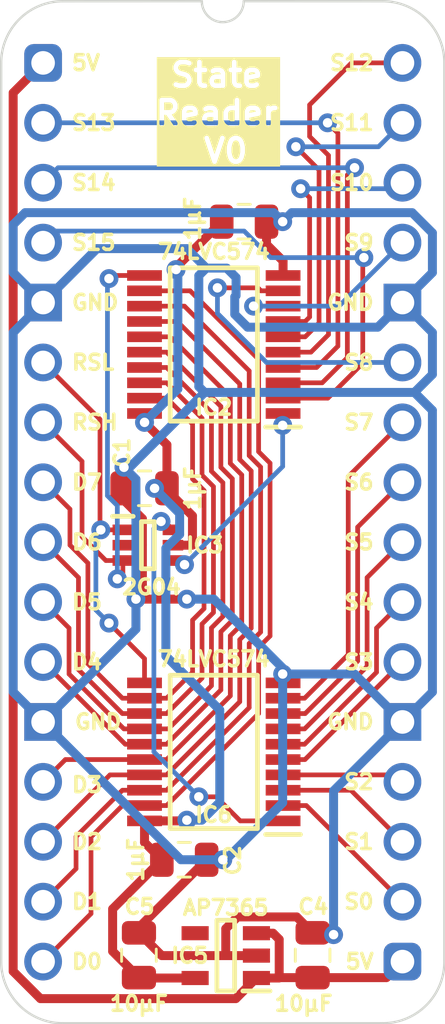
<source format=kicad_pcb>
(kicad_pcb (version 20240108) (generator "pcbnew") (generator_version "8.0")
  (title_block (title "State Reader") (date "2024-02-19") (rev "V0"))
  (layers (0 "F.Cu" signal) (31 "B.Cu" signal) (34 "B.Paste" user) (35 "F.Paste" user) (36 "B.SilkS" user "B.Silkscreen") (37 "F.SilkS" user "F.Silkscreen") (38 "B.Mask" user) (39 "F.Mask" user) (44 "Edge.Cuts" user))
  (net 0 "")
  (net 1 "GND")
  (net 2 "5V")
  (net 3 "/3.3V")
  (net 4 "D2")
  (net 5 "D3")
  (net 6 "D0")
  (net 7 "S9")
  (net 8 "S12")
  (net 9 "S8")
  (net 10 "D4")
  (net 11 "S15")
  (net 13 "S13")
  (net 14 "D5")
  (net 15 "S11")
  (net 16 "Read State High")
  (net 17 "D1")
  (net 18 "S10")
  (net 19 "D6")
  (net 20 "D7")
  (net 21 "/~{Read State High}")
  (net 22 "S14")
  (net 23 "/~{Read State Low}")
  (net 24 "Read State Low")
  (net 25 "S2")
  (net 26 "S5")
  (net 27 "S3")
  (net 28 "S4")
  (net 29 "S1")
  (net 30 "S7")
  (net 31 "S6")
  (net 32 "S0")
  (footprint "SamacSys_Parts:C_0805" (layer "F.Cu") (at 118.364 91.186)
    (property "Reference" "C5" (at 0.027 -2.075 180) (layer "F.SilkS") (effects (font (size 0.635 0.635))))
    (property "Value" "10µF" (at 0 2.032 0) (layer "F.SilkS") (effects (font (size 0.635 0.635))))
    (fp_line (start -0.735 0.245252) (end -0.735 -0.277252) (stroke (width 0.12)) (layer "F.SilkS"))
    (fp_line (start 0.735 0.245252) (end 0.735 -0.277252) (stroke (width 0.12)) (layer "F.SilkS"))
    (pad "1" smd roundrect (at 0 0.934 90) (size 1 1.45) (layers "F.Cu" "F.Paste" "F.Mask") (net 3 "/3.3V"))
    (pad "2" smd roundrect (at 0 -0.966 90) (size 1 1.45) (layers "F.Cu" "F.Paste" "F.Mask") (net 1 "GND"))
  )
  (footprint "SamacSys_Parts:SOP65P640X110-20N" (layer "F.Cu") (at 121.539 65.278 180)
    (property "Reference" "IC2" (at 0 -2.667 180) (layer "F.SilkS") (effects (font (size 0.635 0.635))))
    (property "Value" "74LVC574APW,118" (hide yes))
    (fp_line (start 1.85 3.25) (end -1.85 3.25) (stroke (width 0.2)) (layer "F.SilkS"))
    (fp_line (start 1.85 -3.25) (end 1.85 3.25) (stroke (width 0.2)) (layer "F.SilkS"))
    (fp_line (start -1.85 3.25) (end -1.85 -3.25) (stroke (width 0.2)) (layer "F.SilkS"))
    (fp_line (start -1.85 -3.25) (end 1.85 -3.25) (stroke (width 0.2)) (layer "F.SilkS"))
    (fp_line (start -3.675 -3.5) (end -2.2 -3.5) (stroke (width 0.2)) (layer "F.SilkS"))
    (fp_text user "${Silkscreen}" (at 0 3.937 180) (layer "F.SilkS") (effects (font (size 0.635 0.635))))
    (pad "1" smd rect (at -2.938 -2.925 270) (size 0.45 1.475) (layers "F.Cu" "F.Paste" "F.Mask") (net 21 "/~{Read State High}"))
    (pad "2" smd rect (at -2.938 -2.275 270) (size 0.45 1.475) (layers "F.Cu" "F.Paste" "F.Mask") (net 11 "S15"))
    (pad "3" smd rect (at -2.938 -1.625 270) (size 0.45 1.475) (layers "F.Cu" "F.Paste" "F.Mask") (net 22 "S14"))
    (pad "4" smd rect (at -2.938 -0.975 270) (size 0.45 1.475) (layers "F.Cu" "F.Paste" "F.Mask") (net 13 "S13"))
    (pad "5" smd rect (at -2.938 -0.325 270) (size 0.45 1.475) (layers "F.Cu" "F.Paste" "F.Mask") (net 8 "S12"))
    (pad "6" smd rect (at -2.938 0.325 270) (size 0.45 1.475) (layers "F.Cu" "F.Paste" "F.Mask") (net 15 "S11"))
    (pad "7" smd rect (at -2.938 0.975 270) (size 0.45 1.475) (layers "F.Cu" "F.Paste" "F.Mask") (net 18 "S10"))
    (pad "8" smd rect (at -2.938 1.625 270) (size 0.45 1.475) (layers "F.Cu" "F.Paste" "F.Mask") (net 7 "S9"))
    (pad "9" smd rect (at -2.938 2.275 270) (size 0.45 1.475) (layers "F.Cu" "F.Paste" "F.Mask") (net 9 "S8"))
    (pad "10" smd rect (at -2.938 2.925 270) (size 0.45 1.475) (layers "F.Cu" "F.Paste" "F.Mask") (net 1 "GND"))
    (pad "11" smd rect (at 2.938 2.925 270) (size 0.45 1.475) (layers "F.Cu" "F.Paste" "F.Mask") (net 16 "Read State High"))
    (pad "12" smd rect (at 2.938 2.275 270) (size 0.45 1.475) (layers "F.Cu" "F.Paste" "F.Mask") (net 6 "D0"))
    (pad "13" smd rect (at 2.938 1.625 270) (size 0.45 1.475) (layers "F.Cu" "F.Paste" "F.Mask") (net 17 "D1"))
    (pad "14" smd rect (at 2.938 0.975 270) (size 0.45 1.475) (layers "F.Cu" "F.Paste" "F.Mask") (net 4 "D2"))
    (pad "15" smd rect (at 2.938 0.325 270) (size 0.45 1.475) (layers "F.Cu" "F.Paste" "F.Mask") (net 5 "D3"))
    (pad "16" smd rect (at 2.938 -0.325 270) (size 0.45 1.475) (layers "F.Cu" "F.Paste" "F.Mask") (net 10 "D4"))
    (pad "17" smd rect (at 2.938 -0.975 270) (size 0.45 1.475) (layers "F.Cu" "F.Paste" "F.Mask") (net 14 "D5"))
    (pad "18" smd rect (at 2.938 -1.625 270) (size 0.45 1.475) (layers "F.Cu" "F.Paste" "F.Mask") (net 19 "D6"))
    (pad "19" smd rect (at 2.938 -2.275 270) (size 0.45 1.475) (layers "F.Cu" "F.Paste" "F.Mask") (net 20 "D7"))
    (pad "20" smd rect (at 2.938 -2.925 270) (size 0.45 1.475) (layers "F.Cu" "F.Paste" "F.Mask") (net 3 "/3.3V"))
  )
  (footprint "SamacSys_Parts:C_0805" (layer "F.Cu") (at 118.618 71.374 90)
    (property "Reference" "C1" (at 1.509 -0.97 90) (layer "F.SilkS") (effects (font (size 0.635 0.635))))
    (property "Value" "1μF" (at 0 2.032 90) (layer "F.SilkS") (effects (font (size 0.635 0.635))))
    (fp_line (start 0.735 0.245252) (end 0.735 -0.277252) (stroke (width 0.12)) (layer "F.SilkS"))
    (fp_line (start -0.735 0.245252) (end -0.735 -0.277252) (stroke (width 0.12)) (layer "F.SilkS"))
    (pad "1" smd roundrect (at 0 0.934 180) (size 1 1.45) (layers "F.Cu" "F.Paste" "F.Mask") (net 3 "/3.3V"))
    (pad "2" smd roundrect (at 0 -0.966 180) (size 1 1.45) (layers "F.Cu" "F.Paste" "F.Mask") (net 1 "GND"))
  )
  (footprint "SamacSys_Parts:C_0805" (layer "F.Cu") (at 125.73 91.186)
    (property "Reference" "C4" (at 0.027 -2.075 180) (layer "F.SilkS") (effects (font (size 0.635 0.635))))
    (property "Value" "10µF" (at -0.381 2.032 0) (layer "F.SilkS") (effects (font (size 0.635 0.635))))
    (fp_line (start -0.735 0.245252) (end -0.735 -0.277252) (stroke (width 0.12)) (layer "F.SilkS"))
    (fp_line (start 0.735 0.245252) (end 0.735 -0.277252) (stroke (width 0.12)) (layer "F.SilkS"))
    (pad "1" smd roundrect (at 0 0.934 90) (size 1 1.45) (layers "F.Cu" "F.Paste" "F.Mask") (net 2 "5V"))
    (pad "2" smd roundrect (at 0 -0.966 90) (size 1 1.45) (layers "F.Cu" "F.Paste" "F.Mask") (net 1 "GND"))
  )
  (footprint "SamacSys_Parts:DIP-32_Board_W15.24mm" (layer "F.Cu") (at 114.3 53.34)
    (property "Reference" "J1" (hide yes))
    (property "Value" "Conn_02x16_Counter_Clockwise" (hide yes))
    (fp_line (start -1.778 38.1) (end -1.778 0) (stroke (width 0.1)) (layer "Edge.Cuts"))
    (fp_line (start 6.731 -2.6162) (end 0.835732 -2.613732) (stroke (width 0.1)) (layer "Edge.Cuts"))
    (fp_line (start 14.404267 -2.613733) (end 8.509 -2.6162) (stroke (width 0.1)) (layer "Edge.Cuts"))
    (fp_line (start 14.404268 40.713732) (end 0.835733 40.713733) (stroke (width 0.1)) (layer "Edge.Cuts"))
    (fp_line (start 17.018 38.1) (end 17.017999 -0.000001) (stroke (width 0.1)) (layer "Edge.Cuts"))
    (fp_arc (start -1.778 0) (mid -1.012456 -1.848188) (end 0.835732 -2.613732) (stroke (width 0.1)) (layer "Edge.Cuts"))
    (fp_arc (start 0.835733 40.713733) (mid -1.012457 39.94819) (end -1.778 38.1) (stroke (width 0.1)) (layer "Edge.Cuts"))
    (fp_arc (start 8.509 -2.6162) (mid 7.62 -1.7272) (end 6.731 -2.6162) (stroke (width 0.1)) (layer "Edge.Cuts"))
    (fp_arc (start 14.404267 -2.613733) (mid 16.252453 -1.848189) (end 17.017999 -0.000001) (stroke (width 0.1)) (layer "Edge.Cuts"))
    (fp_arc (start 17.018 38.1) (mid 16.252456 39.948187) (end 14.404268 40.713732) (stroke (width 0.1)) (layer "Edge.Cuts"))
    (pad "1" thru_hole roundrect (at 0 0) (size 1.6 1.6) (drill 1) (layers "*.Cu" "*.Mask") (net 2 "5V"))
    (pad "2" thru_hole oval (at 0 2.54) (size 1.6 1.6) (drill 1) (layers "*.Cu" "*.Mask") (net 13 "S13"))
    (pad "3" thru_hole oval (at 0 5.08) (size 1.6 1.6) (drill 1) (layers "*.Cu" "*.Mask") (net 22 "S14"))
    (pad "4" thru_hole oval (at 0 7.62) (size 1.6 1.6) (drill 1) (layers "*.Cu" "*.Mask") (net 11 "S15"))
    (pad "5" thru_hole rect (at 0 10.16) (size 1.6 1.6) (drill 1) (layers "*.Cu" "*.Mask") (net 1 "GND"))
    (pad "6" thru_hole oval (at 0 12.7) (size 1.6 1.6) (drill 1) (layers "*.Cu" "*.Mask") (net 24 "Read State Low"))
    (pad "7" thru_hole oval (at 0 15.24) (size 1.6 1.6) (drill 1) (layers "*.Cu" "*.Mask") (net 16 "Read State High"))
    (pad "8" thru_hole oval (at 0 17.78) (size 1.6 1.6) (drill 1) (layers "*.Cu" "*.Mask") (net 20 "D7"))
    (pad "9" thru_hole oval (at 0 20.32) (size 1.6 1.6) (drill 1) (layers "*.Cu" "*.Mask") (net 19 "D6"))
    (pad "10" thru_hole oval (at 0 22.86) (size 1.6 1.6) (drill 1) (layers "*.Cu" "*.Mask") (net 14 "D5"))
    (pad "11" thru_hole oval (at 0 25.4) (size 1.6 1.6) (drill 1) (layers "*.Cu" "*.Mask") (net 10 "D4"))
    (pad "12" thru_hole rect (at 0 27.94) (size 1.6 1.6) (drill 1) (layers "*.Cu" "*.Mask") (net 1 "GND"))
    (pad "13" thru_hole oval (at 0 30.48) (size 1.6 1.6) (drill 1) (layers "*.Cu" "*.Mask") (net 5 "D3"))
    (pad "14" thru_hole oval (at 0 33.02) (size 1.6 1.6) (drill 1) (layers "*.Cu" "*.Mask") (net 4 "D2"))
    (pad "15" thru_hole oval (at 0 35.56) (size 1.6 1.6) (drill 1) (layers "*.Cu" "*.Mask") (net 17 "D1"))
    (pad "16" thru_hole oval (at 0 38.1) (size 1.6 1.6) (drill 1) (layers "*.Cu" "*.Mask") (net 6 "D0"))
    (pad "17" thru_hole roundrect (at 15.24 38.1) (size 1.6 1.6) (drill 1) (layers "*.Cu" "*.Mask") (net 2 "5V"))
    (pad "18" thru_hole oval (at 15.24 35.56 180) (size 1.6 1.6) (drill 1) (layers "*.Cu" "*.Mask") (net 32 "S0"))
    (pad "19" thru_hole oval (at 15.24 33.02 180) (size 1.6 1.6) (drill 1) (layers "*.Cu" "*.Mask") (net 29 "S1"))
    (pad "20" thru_hole oval (at 15.24 30.48 180) (size 1.6 1.6) (drill 1) (layers "*.Cu" "*.Mask") (net 25 "S2"))
    (pad "21" thru_hole rect (at 15.24 27.94) (size 1.6 1.6) (drill 1) (layers "*.Cu" "*.Mask") (net 1 "GND"))
    (pad "22" thru_hole oval (at 15.24 25.4) (size 1.6 1.6) (drill 1) (layers "*.Cu" "*.Mask") (net 27 "S3"))
    (pad "23" thru_hole oval (at 15.24 22.86) (size 1.6 1.6) (drill 1) (layers "*.Cu" "*.Mask") (net 28 "S4"))
    (pad "24" thru_hole oval (at 15.24 20.32) (size 1.6 1.6) (drill 1) (layers "*.Cu" "*.Mask") (net 26 "S5"))
    (pad "25" thru_hole oval (at 15.24 17.78) (size 1.6 1.6) (drill 1) (layers "*.Cu" "*.Mask") (net 31 "S6"))
    (pad "26" thru_hole oval (at 15.24 15.24) (size 1.6 1.6) (drill 1) (layers "*.Cu" "*.Mask") (net 30 "S7"))
    (pad "27" thru_hole oval (at 15.24 12.7) (size 1.6 1.6) (drill 1) (layers "*.Cu" "*.Mask") (net 9 "S8"))
    (pad "28" thru_hole rect (at 15.24 10.16) (size 1.6 1.6) (drill 1) (layers "*.Cu" "*.Mask") (net 1 "GND"))
    (pad "29" thru_hole oval (at 15.24 7.62) (size 1.6 1.6) (drill 1) (layers "*.Cu" "*.Mask") (net 7 "S9"))
    (pad "30" thru_hole oval (at 15.24 5.08) (size 1.6 1.6) (drill 1) (layers "*.Cu" "*.Mask") (net 18 "S10"))
    (pad "31" thru_hole oval (at 15.24 2.54) (size 1.6 1.6) (drill 1) (layers "*.Cu" "*.Mask") (net 15 "S11"))
    (pad "32" thru_hole oval (at 15.24 0) (size 1.6 1.6) (drill 1) (layers "*.Cu" "*.Mask") (net 8 "S12"))
  )
  (footprint "SamacSys_Parts:C_0805" (layer "F.Cu") (at 120.269 87.122 -90)
    (property "Reference" "C2" (at 0.027 -2.075 90) (layer "F.SilkS") (effects (font (size 0.635 0.635))))
    (property "Value" "1μF" (at 0 2.032 90) (layer "F.SilkS") (effects (font (size 0.635 0.635))))
    (fp_line (start -0.735 0.245252) (end -0.735 -0.277252) (stroke (width 0.12)) (layer "F.SilkS"))
    (fp_line (start 0.735 0.245252) (end 0.735 -0.277252) (stroke (width 0.12)) (layer "F.SilkS"))
    (pad "1" smd roundrect (at 0 0.934) (size 1 1.45) (layers "F.Cu" "F.Paste" "F.Mask") (net 3 "/3.3V"))
    (pad "2" smd roundrect (at 0 -0.966) (size 1 1.45) (layers "F.Cu" "F.Paste" "F.Mask") (net 1 "GND"))
  )
  (footprint "SamacSys_Parts:SOP65P640X110-20N" (layer "F.Cu") (at 121.539 82.55 180)
    (property "Reference" "IC6" (at 0 -2.667 180) (layer "F.SilkS") (effects (font (size 0.635 0.635))))
    (property "Value" "74LVC574APW,118" (hide yes))
    (fp_line (start 1.85 3.25) (end -1.85 3.25) (stroke (width 0.2)) (layer "F.SilkS"))
    (fp_line (start 1.85 -3.25) (end 1.85 3.25) (stroke (width 0.2)) (layer "F.SilkS"))
    (fp_line (start -1.85 3.25) (end -1.85 -3.25) (stroke (width 0.2)) (layer "F.SilkS"))
    (fp_line (start -1.85 -3.25) (end 1.85 -3.25) (stroke (width 0.2)) (layer "F.SilkS"))
    (fp_line (start -3.675 -3.5) (end -2.2 -3.5) (stroke (width 0.2)) (layer "F.SilkS"))
    (fp_text user "${Silkscreen}" (at 0 3.937 180) (layer "F.SilkS") (effects (font (size 0.635 0.635))))
    (pad "1" smd rect (at -2.938 -2.925 270) (size 0.45 1.475) (layers "F.Cu" "F.Paste" "F.Mask") (net 23 "/~{Read State Low}"))
    (pad "2" smd rect (at -2.938 -2.275 270) (size 0.45 1.475) (layers "F.Cu" "F.Paste" "F.Mask") (net 32 "S0"))
    (pad "3" smd rect (at -2.938 -1.625 270) (size 0.45 1.475) (layers "F.Cu" "F.Paste" "F.Mask") (net 29 "S1"))
    (pad "4" smd rect (at -2.938 -0.975 270) (size 0.45 1.475) (layers "F.Cu" "F.Paste" "F.Mask") (net 25 "S2"))
    (pad "5" smd rect (at -2.938 -0.325 270) (size 0.45 1.475) (layers "F.Cu" "F.Paste" "F.Mask") (net 27 "S3"))
    (pad "6" smd rect (at -2.938 0.325 270) (size 0.45 1.475) (layers "F.Cu" "F.Paste" "F.Mask") (net 28 "S4"))
    (pad "7" smd rect (at -2.938 0.975 270) (size 0.45 1.475) (layers "F.Cu" "F.Paste" "F.Mask") (net 26 "S5"))
    (pad "8" smd rect (at -2.938 1.625 270) (size 0.45 1.475) (layers "F.Cu" "F.Paste" "F.Mask") (net 31 "S6"))
    (pad "9" smd rect (at -2.938 2.275 270) (size 0.45 1.475) (layers "F.Cu" "F.Paste" "F.Mask") (net 30 "S7"))
    (pad "10" smd rect (at -2.938 2.925 270) (size 0.45 1.475) (layers "F.Cu" "F.Paste" "F.Mask") (net 1 "GND"))
    (pad "11" smd rect (at 2.938 2.925 270) (size 0.45 1.475) (layers "F.Cu" "F.Paste" "F.Mask") (net 24 "Read State Low"))
    (pad "12" smd rect (at 2.938 2.275 270) (size 0.45 1.475) (layers "F.Cu" "F.Paste" "F.Mask") (net 20 "D7"))
    (pad "13" smd rect (at 2.938 1.625 270) (size 0.45 1.475) (layers "F.Cu" "F.Paste" "F.Mask") (net 19 "D6"))
    (pad "14" smd rect (at 2.938 0.975 270) (size 0.45 1.475) (layers "F.Cu" "F.Paste" "F.Mask") (net 14 "D5"))
    (pad "15" smd rect (at 2.938 0.325 270) (size 0.45 1.475) (layers "F.Cu" "F.Paste" "F.Mask") (net 10 "D4"))
    (pad "16" smd rect (at 2.938 -0.325 270) (size 0.45 1.475) (layers "F.Cu" "F.Paste" "F.Mask") (net 5 "D3"))
    (pad "17" smd rect (at 2.938 -0.975 270) (size 0.45 1.475) (layers "F.Cu" "F.Paste" "F.Mask") (net 4 "D2"))
    (pad "18" smd rect (at 2.938 -1.625 270) (size 0.45 1.475) (layers "F.Cu" "F.Paste" "F.Mask") (net 17 "D1"))
    (pad "19" smd rect (at 2.938 -2.275 270) (size 0.45 1.475) (layers "F.Cu" "F.Paste" "F.Mask") (net 6 "D0"))
    (pad "20" smd rect (at 2.938 -2.925 270) (size 0.45 1.475) (layers "F.Cu" "F.Paste" "F.Mask") (net 3 "/3.3V"))
  )
  (footprint "SamacSys_Parts:C_0805" (layer "F.Cu") (at 122.809 60.071 -90)
    (property "Reference" "C9" (hide yes))
    (property "Value" "1μF" (at -0.127 2.159 90) (layer "F.SilkS") (effects (font (size 0.635 0.635))))
    (fp_line (start -0.735 0.245252) (end -0.735 -0.277252) (stroke (width 0.12)) (layer "F.SilkS"))
    (fp_line (start 0.735 0.245252) (end 0.735 -0.277252) (stroke (width 0.12)) (layer "F.SilkS"))
    (pad "1" smd roundrect (at 0 0.934) (size 1 1.45) (layers "F.Cu" "F.Paste" "F.Mask") (net 3 "/3.3V"))
    (pad "2" smd roundrect (at 0 -0.966) (size 1 1.45) (layers "F.Cu" "F.Paste" "F.Mask") (net 1 "GND"))
  )
  (footprint "SamacSys_Parts:SOT95P285X130-5N" (layer "F.Cu") (at 122.047 91.186 180)
    (property "Reference" "IC5" (at 1.524 0 180) (layer "F.SilkS") (effects (font (size 0.635 0.635))))
    (property "Value" "AP7365-33WG-7" (hide yes))
    (fp_line (start 0.375 1.5) (end -0.375 1.5) (stroke (width 0.2)) (layer "F.SilkS"))
    (fp_line (start 0.375 -1.5) (end 0.375 1.5) (stroke (width 0.2)) (layer "F.SilkS"))
    (fp_line (start -0.375 1.5) (end -0.375 -1.5) (stroke (width 0.2)) (layer "F.SilkS"))
    (fp_line (start -0.375 -1.5) (end 0.375 -1.5) (stroke (width 0.2)) (layer "F.SilkS"))
    (fp_line (start -1.875 -1.5) (end -0.725 -1.5) (stroke (width 0.2)) (layer "F.SilkS"))
    (fp_text user "${Silkscreen}" (at 0 2.032 180) (layer "F.SilkS") (effects (font (size 0.635 0.635))))
    (pad "1" smd rect (at -1.3 -0.95 270) (size 0.6 1.15) (layers "F.Cu" "F.Paste" "F.Mask") (net 2 "5V"))
    (pad "2" smd rect (at -1.3 0 270) (size 0.6 1.15) (layers "F.Cu" "F.Paste" "F.Mask") (net 1 "GND"))
    (pad "3" smd rect (at -1.3 0.95 270) (size 0.6 1.15) (layers "F.Cu" "F.Paste" "F.Mask") (net 2 "5V"))
    (pad "4" smd rect (at 1.3 0.95 270) (size 0.6 1.15) (layers "F.Cu" "F.Paste" "F.Mask"))
    (pad "5" smd rect (at 1.3 -0.95 270) (size 0.6 1.15) (layers "F.Cu" "F.Paste" "F.Mask") (net 3 "/3.3V"))
  )
  (footprint "SamacSys_Parts:SOP65P210X110-6N" (layer "F.Cu") (at 118.745 73.787)
    (property "Reference" "IC3" (at 2.413 0 0) (layer "F.SilkS") (effects (font (size 0.635 0.635))))
    (property "Value" "74LVC2G04GW-Q100H" (hide yes))
    (fp_line (start -1.5 -1.225) (end -0.625 -1.225) (stroke (width 0.2)) (layer "F.SilkS"))
    (fp_line (start -0.275 -1) (end 0.275 -1) (stroke (width 0.2)) (layer "F.SilkS"))
    (fp_line (start -0.275 1) (end -0.275 -1) (stroke (width 0.2)) (layer "F.SilkS"))
    (fp_line (start 0.275 -1) (end 0.275 1) (stroke (width 0.2)) (layer "F.SilkS"))
    (fp_line (start 0.275 1) (end -0.275 1) (stroke (width 0.2)) (layer "F.SilkS"))
    (fp_text user "${Silkscreen}" (at 0 1.778 0) (layer "F.SilkS") (effects (font (size 0.635 0.635))))
    (pad "1" smd rect (at -1.062 -0.65 90) (size 0.45 0.875) (layers "F.Cu" "F.Paste" "F.Mask") (net 24 "Read State Low"))
    (pad "2" smd rect (at -1.062 0 90) (size 0.45 0.875) (layers "F.Cu" "F.Paste" "F.Mask") (net 1 "GND"))
    (pad "3" smd rect (at -1.062 0.65 90) (size 0.45 0.875) (layers "F.Cu" "F.Paste" "F.Mask") (net 16 "Read State High"))
    (pad "4" smd rect (at 1.062 0.65 90) (size 0.45 0.875) (layers "F.Cu" "F.Paste" "F.Mask") (net 21 "/~{Read State High}"))
    (pad "5" smd rect (at 1.062 0 90) (size 0.45 0.875) (layers "F.Cu" "F.Paste" "F.Mask") (net 3 "/3.3V"))
    (pad "6" smd rect (at 1.062 -0.65 90) (size 0.45 0.875) (layers "F.Cu" "F.Paste" "F.Mask") (net 23 "/~{Read State Low}"))
  )
  (gr_text "S1" (at 128.397 86.36 0) (layer "F.SilkS") (effects (font (size 0.635 0.635) (thickness 0.15) (bold yes)) (justify right)))
  (gr_text "S5" (at 128.397 73.66 0) (layer "F.SilkS") (effects (font (size 0.635 0.635) (thickness 0.15) (bold yes)) (justify right)))
  (gr_text "S3" (at 128.397 78.74 0) (layer "F.SilkS") (effects (font (size 0.635 0.635) (thickness 0.15) (bold yes)) (justify right)))
  (gr_text "GND" (at 115.443 63.5 0) (layer "F.SilkS") (effects (font (size 0.635 0.635) (thickness 0.15) (bold yes)) (justify left)))
  (gr_text "S7" (at 128.397 68.58 0) (layer "F.SilkS") (effects (font (size 0.635 0.635) (thickness 0.15) (bold yes)) (justify right)))
  (gr_text "RSL" (at 115.443 66.04 0) (layer "F.SilkS") (effects (font (size 0.635 0.635) (thickness 0.15) (bold yes)) (justify left)))
  (gr_text "D7" (at 115.443 71.12 0) (layer "F.SilkS") (effects (font (size 0.635 0.635) (thickness 0.15) (bold yes)) (justify left)))
  (gr_text "D4" (at 115.443 78.74 0) (layer "F.SilkS") (effects (font (size 0.635 0.635) (thickness 0.15) (bold yes)) (justify left)))
  (gr_text "S11" (at 128.397 55.88 0) (layer "F.SilkS") (effects (font (size 0.635 0.635) (thickness 0.15) (bold yes)) (justify right)))
  (gr_text "S14" (at 115.443 58.42 0) (layer "F.SilkS") (effects (font (size 0.635 0.635) (thickness 0.15) (bold yes)) (justify left)))
  (gr_text "D2" (at 115.443 86.36 0) (layer "F.SilkS") (effects (font (size 0.635 0.635) (thickness 0.15) (bold yes)) (justify left)))
  (gr_text "S2" (at 128.397 83.82 0) (layer "F.SilkS") (effects (font (size 0.635 0.635) (thickness 0.15) (bold yes)) (justify right)))
  (gr_text "State \nReader \nV0" (at 122.047 57.658 0) (layer "F.SilkS" knockout) (effects (font (size 1 1) (thickness 0.2) (bold yes)) (justify bottom)))
  (gr_text "S4" (at 128.397 76.2 0) (layer "F.SilkS") (effects (font (size 0.635 0.635) (thickness 0.15) (bold yes)) (justify right)))
  (gr_text "S6" (at 128.397 71.12 0) (layer "F.SilkS") (effects (font (size 0.635 0.635) (thickness 0.15) (bold yes)) (justify right)))
  (gr_text "5V" (at 115.443 53.34 0) (layer "F.SilkS") (effects (font (size 0.635 0.635) (thickness 0.15) (bold yes)) (justify left)))
  (gr_text "S12" (at 128.397 53.34 0) (layer "F.SilkS") (effects (font (size 0.635 0.635) (thickness 0.15) (bold yes)) (justify right)))
  (gr_text "D3" (at 115.443 83.947 0) (layer "F.SilkS") (effects (font (size 0.635 0.635) (thickness 0.15) (bold yes)) (justify left)))
  (gr_text "GND" (at 128.397 63.5 0) (layer "F.SilkS") (effects (font (size 0.635 0.635) (thickness 0.15) (bold yes)) (justify right)))
  (gr_text "RSH" (at 115.443 68.58 0) (layer "F.SilkS") (effects (font (size 0.635 0.635) (thickness 0.15) (bold yes)) (justify left)))
  (gr_text "D6" (at 115.443 73.66 0) (layer "F.SilkS") (effects (font (size 0.635 0.635) (thickness 0.15) (bold yes)) (justify left)))
  (gr_text "D5" (at 115.443 76.2 0) (layer "F.SilkS") (effects (font (size 0.635 0.635) (thickness 0.15) (bold yes)) (justify left)))
  (gr_text "S13" (at 115.443 55.88 0) (layer "F.SilkS") (effects (font (size 0.635 0.635) (thickness 0.15) (bold yes)) (justify left)))
  (gr_text "S10" (at 128.397 58.42 0) (layer "F.SilkS") (effects (font (size 0.635 0.635) (thickness 0.15) (bold yes)) (justify right)))
  (gr_text "S15" (at 115.443 60.96 0) (layer "F.SilkS") (effects (font (size 0.635 0.635) (thickness 0.15) (bold yes)) (justify left)))
  (gr_text "S8" (at 128.397 66.04 0) (layer "F.SilkS") (effects (font (size 0.635 0.635) (thickness 0.15) (bold yes)) (justify right)))
  (gr_text "D1" (at 115.443 88.9 0) (layer "F.SilkS") (effects (font (size 0.635 0.635) (thickness 0.15) (bold yes)) (justify left)))
  (gr_text "S9" (at 128.397 60.96 0) (layer "F.SilkS") (effects (font (size 0.635 0.635) (thickness 0.15) (bold yes)) (justify right)))
  (gr_text "D0" (at 115.443 91.44 0) (layer "F.SilkS") (effects (font (size 0.635 0.635) (thickness 0.15) (bold yes)) (justify left)))
  (gr_text "S0" (at 128.397 88.9 0) (layer "F.SilkS") (effects (font (size 0.635 0.635) (thickness 0.15) (bold yes)) (justify right)))
  (gr_text "GND" (at 115.57 81.28 0) (layer "F.SilkS") (effects (font (size 0.635 0.635) (thickness 0.15) (bold yes)) (justify left)))
  (gr_text "GND" (at 128.397 81.28 0) (layer "F.SilkS") (effects (font (size 0.635 0.635) (thickness 0.15) (bold yes)) (justify right)))
  (gr_text "5V" (at 128.397 91.44 0) (layer "F.SilkS") (effects (font (size 0.635 0.635) (thickness 0.15) (bold yes)) (justify right)))
  (segment (start 124.46 79.608) (end 124.46 79.247996) (width 0.38) (layer "F.Cu") (net 1))
  (segment (start 123.775 60.071) (end 123.775 61.037) (width 0.38) (layer "F.Cu") (net 1))
  (segment (start 122.047 91.186) (end 123.347 91.186) (width 0.38) (layer "F.Cu") (net 1))
  (segment (start 118.5005 73.787) (end 118.5105 73.777) (width 0.38) (layer "F.Cu") (net 1))
  (segment (start 125.056 89.546) (end 122.544 89.546) (width 0.38) (layer "F.Cu") (net 1))
  (segment (start 119.33 91.186) (end 122.047 91.186) (width 0.38) (layer "F.Cu") (net 1))
  (segment (start 117.683 73.787) (end 118.5005 73.787) (width 0.38) (layer "F.Cu") (net 1))
  (segment (start 118.364 89.993) (end 121.235 87.122) (width 0.38) (layer "F.Cu") (net 1))
  (segment (start 125.73 90.22) (end 125.056 89.546) (width 0.38) (layer "F.Cu") (net 1))
  (segment (start 122.047 90.043) (end 122.047 91.186) (width 0.38) (layer "F.Cu") (net 1))
  (segment (start 122.544 89.546) (end 122.047 90.043) (width 0.38) (layer "F.Cu") (net 1))
  (segment (start 123.775 61.037) (end 124.477 61.739) (width 0.38) (layer "F.Cu") (net 1))
  (segment (start 121.235 87.122) (end 121.92001 87.122) (width 0.38) (layer "F.Cu") (net 1))
  (segment (start 117.652 70.562) (end 117.729 70.485) (width 0.38) (layer "F.Cu") (net 1))
  (segment (start 124.477 61.739) (end 124.477 62.353) (width 0.38) (layer "F.Cu") (net 1))
  (segment (start 118.364 90.22) (end 119.33 91.186) (width 0.38) (layer "F.Cu") (net 1))
  (segment (start 118.5105 75.7995) (end 118.237 76.073) (width 0.38) (layer "F.Cu") (net 1))
  (segment (start 120.396 76.073) (end 118.237 76.073) (width 0.38) (layer "F.Cu") (net 1))
  (segment (start 125.807 90.297) (end 126.618994 90.297) (width 0.38) (layer "F.Cu") (net 1))
  (segment (start 118.5105 73.777) (end 118.5105 72.6635) (width 0.38) (layer "F.Cu") (net 1))
  (segment (start 118.5105 73.777) (end 118.5105 75.7995) (width 0.38) (layer "F.Cu") (net 1))
  (segment (start 124.333 59.944) (end 124.46 60.071) (width 0.38) (layer "F.Cu") (net 1))
  (segment (start 118.5105 72.6635) (end 117.652 71.805) (width 0.38) (layer "F.Cu") (net 1))
  (segment (start 123.902 59.944) (end 124.333 59.944) (width 0.38) (layer "F.Cu") (net 1))
  (segment (start 117.652 71.374) (end 117.652 70.562) (width 0.38) (layer "F.Cu") (net 1))
  (via (at 121.92001 87.122) (size 0.8) (drill 0.4) (layers "F.Cu" "B.Cu") (net 1))
  (via (at 124.46 79.247996) (size 0.8) (drill 0.4) (layers "F.Cu" "B.Cu") (net 1))
  (via (at 126.618994 90.297) (size 0.8) (drill 0.4) (layers "F.Cu" "B.Cu") (net 1))
  (via (at 120.396 76.073) (size 0.8) (drill 0.4) (layers "F.Cu" "B.Cu") (net 1))
  (via (at 117.729 70.485) (size 0.8) (drill 0.4) (layers "F.Cu" "B.Cu") (net 1))
  (via (at 124.46 60.071) (size 0.8) (drill 0.4) (layers "F.Cu" "B.Cu") (net 1))
  (via (at 118.237 76.073) (size 0.8) (drill 0.4) (layers "F.Cu" "B.Cu") (net 1))
  (segment (start 127.507996 79.247996) (end 124.46 79.247996) (width 0.38) (layer "B.Cu") (net 1))
  (segment (start 113.03 64.77) (end 114.3 63.5) (width 0.38) (layer "B.Cu") (net 1))
  (segment (start 124.841 59.69) (end 124.46 60.071) (width 0.38) (layer "B.Cu") (net 1))
  (segment (start 130.81 62.23) (end 130.81 60.547085) (width 0.38) (layer "B.Cu") (net 1))
  (segment (start 126.618994 84.201006) (end 126.618994 90.297) (width 0.38) (layer "B.Cu") (net 1))
  (segment (start 113.03 60.198) (end 113.538 59.69) (width 0.38) (layer "B.Cu") (net 1))
  (segment (start 130.048 67.31) (end 130.81 68.072) (width 0.38) (layer "B.Cu") (net 1))
  (segment (start 113.03 80.01) (end 113.03 64.77) (width 0.38) (layer "B.Cu") (net 1))
  (segment (start 129.54 81.28) (end 127.507996 79.247996) (width 0.38) (layer "B.Cu") (net 1))
  (segment (start 122.483913 62.438681) (end 122.483913 63.204013) (width 0.38) (layer "B.Cu") (net 1))
  (segment (start 122.047002 87.122) (end 124.46 84.709002) (width 0.38) (layer "B.Cu") (net 1))
  (segment (start 114.3 81.28) (end 120.142 87.122) (width 0.38) (layer "B.Cu") (net 1))
  (segment (start 117.729 70.485) (end 118.237 70.993) (width 0.38) (layer "B.Cu") (net 1))
  (segment (start 130.81 68.072) (end 130.81 80.01) (width 0.38) (layer "B.Cu") (net 1))
  (segment (start 120.904 62.357) (end 120.904 67.064937) (width 0.38) (layer "B.Cu") (net 1))
  (segment (start 122.971812 64.544) (end 128.496 64.544) (width 0.38) (layer "B.Cu") (net 1))
  (segment (start 120.396 76.073) (end 121.539 76.073) (width 0.38) (layer "B.Cu") (net 1))
  (segment (start 130.81 80.01) (end 129.54 81.28) (width 0.38) (layer "B.Cu") (net 1))
  (segment (start 120.396 61.214) (end 121.2215 62.0395) (width 0.38) (layer "B.Cu") (net 1))
  (segment (start 118.237 70.993) (end 118.237 76.073) (width 0.38) (layer "B.Cu") (net 1))
  (segment (start 129.54 63.5) (end 130.81 62.23) (width 0.38) (layer "B.Cu") (net 1))
  (segment (start 117.974063 70.485) (end 117.729 70.485) (width 0.38) (layer "B.Cu") (net 1))
  (segment (start 121.539 76.073) (end 124.46 78.994) (width 0.38) (layer "B.Cu") (net 1))
  (segment (start 114.3 81.28) (end 113.03 80.01) (width 0.38) (layer "B.Cu") (net 1))
  (segment (start 122.428 63.259926) (end 122.428 64.000188) (width 0.38) (layer "B.Cu") (net 1))
  (segment (start 114.3 63.5) (end 116.586 61.214) (width 0.38) (layer "B.Cu") (net 1))
  (segment (start 113.03 62.23) (end 113.03 60.198) (width 0.38) (layer "B.Cu") (net 1))
  (segment (start 130.048 67.31) (end 121.149063 67.31) (width 0.38) (layer "B.Cu") (net 1))
  (segment (start 113.538 59.69) (end 124.079 59.69) (width 0.38) (layer "B.Cu") (net 1))
  (segment (start 130.81 66.548) (end 130.048 67.31) (width 0.38) (layer "B.Cu") (net 1))
  (segment (start 122.084732 62.0395) (end 122.483913 62.438681) (width 0.38) (layer "B.Cu") (net 1))
  (segment (start 121.92001 87.122) (end 122.047002 87.122) (width 0.38) (layer "B.Cu") (net 1))
  (segment (start 128.496 64.544) (end 129.54 63.5) (width 0.38) (layer "B.Cu") (net 1))
  (segment (start 124.079 59.69) (end 124.46 60.071) (width 0.38) (layer "B.Cu") (net 1))
  (segment (start 130.81 64.77) (end 130.81 66.548) (width 0.38) (layer "B.Cu") (net 1))
  (segment (start 118.237 77.343) (end 118.237 76.073) (width 0.38) (layer "B.Cu") (net 1))
  (segment (start 116.586 61.214) (end 120.396 61.214) (width 0.38) (layer "B.Cu") (net 1))
  (segment (start 121.149063 67.31) (end 117.974063 70.485) (width 0.38) (layer "B.Cu") (net 1))
  (segment (start 114.3 63.5) (end 113.03 62.23) (width 0.38) (layer "B.Cu") (net 1))
  (segment (start 120.142 87.122) (end 121.92001 87.122) (width 0.38) (layer "B.Cu") (net 1))
  (segment (start 129.54 81.28) (end 126.618994 84.201006) (width 0.38) (layer "B.Cu") (net 1))
  (segment (start 120.904 67.064937) (end 121.149063 67.31) (width 0.38) (layer "B.Cu") (net 1))
  (segment (start 130.81 60.547085) (end 129.952915 59.69) (width 0.38) (layer "B.Cu") (net 1))
  (segment (start 129.952915 59.69) (end 124.841 59.69) (width 0.38) (layer "B.Cu") (net 1))
  (segment (start 114.3 81.28) (end 118.237 77.343) (width 0.38) (layer "B.Cu") (net 1))
  (segment (start 124.46 78.994) (end 124.46 79.247996) (width 0.38) (layer "B.Cu") (net 1))
  (segment (start 121.2215 62.0395) (end 122.084732 62.0395) (width 0.38) (layer "B.Cu") (net 1))
  (segment (start 122.428 64.000188) (end 122.971812 64.544) (width 0.38) (layer "B.Cu") (net 1))
  (segment (start 124.46 84.709002) (end 124.46 79.247996) (width 0.38) (layer "B.Cu") (net 1))
  (segment (start 129.54 63.5) (end 130.81 64.77) (width 0.38) (layer "B.Cu") (net 1))
  (segment (start 122.483913 63.204013) (end 122.428 63.259926) (width 0.38) (layer "B.Cu") (net 1))
  (segment (start 121.2215 62.0395) (end 120.904 62.357) (width 0.38) (layer "B.Cu") (net 1))
  (segment (start 128.86 92.12) (end 129.54 91.44) (width 0.38) (layer "F.Cu") (net 2))
  (segment (start 124.312 90.496) (end 124.312 92.126) (width 0.38) (layer "F.Cu") (net 2))
  (segment (start 113.03 91.852915) (end 113.03 54.61) (width 0.38) (layer "F.Cu") (net 2))
  (segment (start 124.302 92.136) (end 123.347 92.136) (width 0.38) (layer "F.Cu") (net 2))
  (segment (start 114.187085 93.01) (end 113.03 91.852915) (width 0.38) (layer "F.Cu") (net 2))
  (segment (start 125.73 92.12) (end 128.86 92.12) (width 0.38) (layer "F.Cu") (net 2))
  (segment (start 124.318 92.12) (end 125.73 92.12) (width 0.38) (layer "F.Cu") (net 2))
  (segment (start 113.03 54.61) (end 114.3 53.34) (width 0.38) (layer "F.Cu") (net 2))
  (segment (start 124.302 92.136) (end 124.318 92.12) (width 0.38) (layer "F.Cu") (net 2))
  (segment (start 122.473 93.01) (end 114.187085 93.01) (width 0.38) (layer "F.Cu") (net 2))
  (segment (start 123.347 90.236) (end 124.052 90.236) (width 0.38) (layer "F.Cu") (net 2))
  (segment (start 124.312 92.126) (end 124.302 92.136) (width 0.38) (layer "F.Cu") (net 2))
  (segment (start 124.052 90.236) (end 124.312 90.496) (width 0.38) (layer "F.Cu") (net 2))
  (segment (start 123.347 92.136) (end 122.473 93.01) (width 0.38) (layer "F.Cu") (net 2))
  (segment (start 119.470657 71.376889) (end 119.027 71.376889) (width 0.38) (layer "F.Cu") (net 3))
  (segment (start 118.601 68.203) (end 118.601 68.58) (width 0.38) (layer "F.Cu") (net 3))
  (segment (start 119.552 71.374) (end 119.552 69.531) (width 0.38) (layer "F.Cu") (net 3))
  (segment (start 118.601 85.475) (end 118.601 86.388) (width 0.38) (layer "F.Cu") (net 3))
  (segment (start 120.364 85.475) (end 120.396 85.443) (width 0.38) (layer "F.Cu") (net 3))
  (segment (start 118.364 92.12) (end 117.249 91.005) (width 0.38) (layer "F.Cu") (net 3))
  (segment (start 119.027 71.376889) (end 119.549111 71.376889) (width 0.38) (layer "F.Cu") (net 3))
  (segment (start 117.249 89.208) (end 119.335 87.122) (width 0.38) (layer "F.Cu") (net 3))
  (segment (start 120.6345 73.777) (end 120.6345 72.540732) (width 0.38) (layer "F.Cu") (net 3))
  (segment (start 120.6345 72.540732) (end 119.470657 71.376889) (width 0.38) (layer "F.Cu") (net 3))
  (segment (start 120.747 92.136) (end 118.38 92.136) (width 0.38) (layer "F.Cu") (net 3))
  (segment (start 118.601 86.388) (end 119.335 87.122) (width 0.38) (layer "F.Cu") (net 3))
  (segment (start 119.552 69.531) (end 118.601 68.58) (width 0.38) (layer "F.Cu") (net 3))
  (segment (start 118.601 85.475) (end 120.364 85.475) (width 0.38) (layer "F.Cu") (net 3))
  (segment (start 117.249 91.005) (end 117.249 89.208) (width 0.38) (layer "F.Cu") (net 3))
  (segment (start 120.6245 73.787) (end 120.6345 73.777) (width 0.38) (layer "F.Cu") (net 3))
  (segment (start 119.937881 62.008119) (end 121.875 60.071) (width 0.38) (layer "F.Cu") (net 3))
  (segment (start 119.807 73.787) (end 120.6245 73.787) (width 0.38) (layer "F.Cu") (net 3))
  (segment (start 119.937881 62.100731) (end 119.937881 62.008119) (width 0.38) (layer "F.Cu") (net 3))
  (via (at 119.027 71.376889) (size 0.8) (drill 0.4) (layers "F.Cu" "B.Cu") (net 3))
  (via (at 120.396 85.443) (size 0.8) (drill 0.4) (layers "F.Cu" "B.Cu") (net 3))
  (via (at 118.601 68.58) (size 0.8) (drill 0.4) (layers "F.Cu" "B.Cu") (net 3))
  (via (at 119.937881 62.100731) (size 0.8) (drill 0.4) (layers "F.Cu" "B.Cu") (net 3))
  (segment (start 120.015 62.17785) (end 120.015 67.166) (width 0.38) (layer "B.Cu") (net 3))
  (segment (start 120.0905 72.440389) (end 120.0905 73.3305) (width 0.38) (layer "B.Cu") (net 3))
  (segment (start 119.507 73.914) (end 119.507 78.486) (width 0.38) (layer "B.Cu") (net 3))
  (segment (start 120.015 67.166) (end 118.601 68.58) (width 0.38) (layer "B.Cu") (net 3))
  (segment (start 120.0905 73.3305) (end 119.507 73.914) (width 0.38) (layer "B.Cu") (net 3))
  (segment (start 121.793 84.683229) (end 121.033229 85.443) (width 0.38) (layer "B.Cu") (net 3))
  (segment (start 121.033229 85.443) (end 120.396 85.443) (width 0.38) (layer "B.Cu") (net 3))
  (segment (start 119.937881 62.100731) (end 120.015 62.17785) (width 0.38) (layer "B.Cu") (net 3))
  (segment (start 119.507 78.486) (end 121.793 80.772) (width 0.38) (layer "B.Cu") (net 3))
  (segment (start 119.027 71.376889) (end 120.0905 72.440389) (width 0.38) (layer "B.Cu") (net 3))
  (segment (start 121.793 80.772) (end 121.793 84.683229) (width 0.38) (layer "B.Cu") (net 3))
  (segment (start 122.6395 80.424) (end 122.6395 77.790426) (width 0.2) (layer "F.Cu") (net 4))
  (segment (start 122.6395 66.95) (end 119.9925 64.303) (width 0.2) (layer "F.Cu") (net 4))
  (segment (start 119.9925 64.303) (end 118.601 64.303) (width 0.2) (layer "F.Cu") (net 4))
  (segment (start 119.5385 83.525) (end 122.6395 80.424) (width 0.2) (layer "F.Cu") (net 4))
  (segment (start 117.135 83.525) (end 118.601 83.525) (width 0.2) (layer "F.Cu") (net 4))
  (segment (start 122.6395 77.790426) (end 123.1245 77.305425) (width 0.2) (layer "F.Cu") (net 4))
  (segment (start 122.6395 70.154074) (end 122.6395 66.95) (width 0.2) (layer "F.Cu") (net 4))
  (segment (start 118.601 83.525) (end 119.5385 83.525) (width 0.2) (layer "F.Cu") (net 4))
  (segment (start 123.1245 70.639074) (end 122.6395 70.154074) (width 0.2) (layer "F.Cu") (net 4))
  (segment (start 114.3 86.36) (end 117.135 83.525) (width 0.2) (layer "F.Cu") (net 4))
  (segment (start 123.1245 77.305425) (end 123.1245 70.639074) (width 0.2) (layer "F.Cu") (net 4))
  (segment (start 122.2395 70.319759) (end 122.2395 67.5025) (width 0.2) (layer "F.Cu") (net 5))
  (segment (start 122.7245 77.13974) (end 122.7245 70.804759) (width 0.2) (layer "F.Cu") (net 5))
  (segment (start 122.7245 70.804759) (end 122.2395 70.319759) (width 0.2) (layer "F.Cu") (net 5))
  (segment (start 122.2395 77.624741) (end 122.7245 77.13974) (width 0.2) (layer "F.Cu") (net 5))
  (segment (start 119.69 64.953) (end 118.601 64.953) (width 0.2) (layer "F.Cu") (net 5))
  (segment (start 114.3 83.82) (end 115.245 82.875) (width 0.2) (layer "F.Cu") (net 5))
  (segment (start 122.2395 80.174) (end 122.2395 77.624741) (width 0.2) (layer "F.Cu") (net 5))
  (segment (start 115.245 82.875) (end 118.601 82.875) (width 0.2) (layer "F.Cu") (net 5))
  (segment (start 122.2395 67.5025) (end 119.69 64.953) (width 0.2) (layer "F.Cu") (net 5))
  (segment (start 119.5385 82.875) (end 122.2395 80.174) (width 0.2) (layer "F.Cu") (net 5))
  (segment (start 118.601 82.875) (end 119.5385 82.875) (width 0.2) (layer "F.Cu") (net 5))
  (segment (start 116.332 86.1565) (end 117.6635 84.825) (width 0.2) (layer "F.Cu") (net 6))
  (segment (start 118.601 84.825) (end 119.5385 84.825) (width 0.2) (layer "F.Cu") (net 6))
  (segment (start 120.534 63.003) (end 118.601 63.003) (width 0.2) (layer "F.Cu") (net 6))
  (segment (start 123.4395 65.9085) (end 120.534 63.003) (width 0.2) (layer "F.Cu") (net 6))
  (segment (start 114.3 91.44) (end 116.332 89.408) (width 0.2) (layer "F.Cu") (net 6))
  (segment (start 119.5385 84.825) (end 123.4395 80.924) (width 0.2) (layer "F.Cu") (net 6))
  (segment (start 123.9245 77.636795) (end 123.9245 70.307704) (width 0.2) (layer "F.Cu") (net 6))
  (segment (start 123.4395 69.822704) (end 123.4395 65.9085) (width 0.2) (layer "F.Cu") (net 6))
  (segment (start 123.4395 78.121796) (end 123.9245 77.636795) (width 0.2) (layer "F.Cu") (net 6))
  (segment (start 123.9245 70.307704) (end 123.4395 69.822704) (width 0.2) (layer "F.Cu") (net 6))
  (segment (start 123.4395 80.924) (end 123.4395 78.121796) (width 0.2) (layer "F.Cu") (net 6))
  (segment (start 116.332 89.408) (end 116.332 86.1565) (width 0.2) (layer "F.Cu") (net 6))
  (segment (start 117.6635 84.825) (end 118.601 84.825) (width 0.2) (layer "F.Cu") (net 6))
  (segment (start 123.225992 63.653) (end 123.225246 63.652254) (width 0.2) (layer "F.Cu") (net 7))
  (segment (start 124.477 63.653) (end 123.225992 63.653) (width 0.2) (layer "F.Cu") (net 7))
  (via (at 123.225246 63.652254) (size 0.8) (drill 0.4) (layers "F.Cu" "B.Cu") (net 7))
  (segment (start 126.847746 63.652254) (end 123.225246 63.652254) (width 0.2) (layer "B.Cu") (net 7))
  (segment (start 129.54 60.96) (end 126.847746 63.652254) (width 0.2) (layer "B.Cu") (net 7))
  (segment (start 125.603 56.460107) (end 125.603 55.118) (width 0.2) (layer "F.Cu") (net 8))
  (segment (start 125.603 55.118) (end 127.381 53.34) (width 0.2) (layer "F.Cu") (net 8))
  (segment (start 126.403 64.859) (end 126.403 57.260107) (width 0.2) (layer "F.Cu") (net 8))
  (segment (start 125.659 65.603) (end 126.403 64.859) (width 0.2) (layer "F.Cu") (net 8))
  (segment (start 126.403 57.260107) (end 125.603 56.460107) (width 0.2) (layer "F.Cu") (net 8))
  (segment (start 127.381 53.34) (end 129.54 53.34) (width 0.2) (layer "F.Cu") (net 8))
  (segment (start 124.477 65.603) (end 125.659 65.603) (width 0.2) (layer "F.Cu") (net 8))
  (segment (start 123.5395 63.003) (end 123.413284 62.876784) (width 0.2) (layer "F.Cu") (net 9))
  (segment (start 123.413284 62.876784) (end 121.693913 62.876784) (width 0.2) (layer "F.Cu") (net 9))
  (segment (start 124.477 63.003) (end 123.5395 63.003) (width 0.2) (layer "F.Cu") (net 9))
  (via (at 121.693913 62.876784) (size 0.8) (drill 0.4) (layers "F.Cu" "B.Cu") (net 9))
  (segment (start 129.54 66.04) (end 123.774848 66.04) (width 0.2) (layer "B.Cu") (net 9))
  (segment (start 121.693913 63.959065) (end 121.693913 62.876784) (width 0.2) (layer "B.Cu") (net 9))
  (segment (start 123.774848 66.04) (end 121.693913 63.959065) (width 0.2) (layer "B.Cu") (net 9))
  (segment (start 117.785 82.225) (end 118.601 82.225) (width 0.2) (layer "F.Cu") (net 10))
  (segment (start 122.3245 70.970444) (end 121.8395 70.485444) (width 0.2) (layer "F.Cu") (net 10))
  (segment (start 121.8395 79.924) (end 121.8395 77.459056) (width 0.2) (layer "F.Cu") (net 10))
  (segment (start 119.5385 82.225) (end 121.8395 79.924) (width 0.2) (layer "F.Cu") (net 10))
  (segment (start 114.3 78.74) (end 117.785 82.225) (width 0.2) (layer "F.Cu") (net 10))
  (segment (start 121.8395 67.904) (end 119.5385 65.603) (width 0.2) (layer "F.Cu") (net 10))
  (segment (start 121.8395 70.485444) (end 121.8395 67.904) (width 0.2) (layer "F.Cu") (net 10))
  (segment (start 118.601 82.225) (end 119.5385 82.225) (width 0.2) (layer "F.Cu") (net 10))
  (segment (start 121.8395 77.459056) (end 122.3245 76.974055) (width 0.2) (layer "F.Cu") (net 10))
  (segment (start 119.5385 65.603) (end 118.601 65.603) (width 0.2) (layer "F.Cu") (net 10))
  (segment (start 122.3245 76.974055) (end 122.3245 70.970444) (width 0.2) (layer "F.Cu") (net 10))
  (segment (start 127.857 61.641) (end 127.857 66.072) (width 0.2) (layer "F.Cu") (net 11))
  (segment (start 126.376 67.553) (end 124.477 67.553) (width 0.2) (layer "F.Cu") (net 11))
  (segment (start 127.857 66.072) (end 126.376 67.553) (width 0.2) (layer "F.Cu") (net 11))
  (segment (start 127.903 61.595) (end 127.857 61.641) (width 0.2) (layer "F.Cu") (net 11))
  (via (at 127.903 61.595) (size 0.8) (drill 0.4) (layers "F.Cu" "B.Cu") (net 11))
  (segment (start 127.903 61.595) (end 123.952 61.595) (width 0.2) (layer "B.Cu") (net 11))
  (segment (start 123.952 61.595) (end 122.827 60.47) (width 0.2) (layer "B.Cu") (net 11))
  (segment (start 122.827 60.47) (end 114.79 60.47) (width 0.2) (layer "B.Cu") (net 11))
  (segment (start 125.898 66.253) (end 126.803 65.348) (width 0.2) (layer "F.Cu") (net 13))
  (segment (start 124.477 66.253) (end 125.898 66.253) (width 0.2) (layer "F.Cu") (net 13))
  (segment (start 126.803 56.318004) (end 126.365 55.880004) (width 0.2) (layer "F.Cu") (net 13))
  (segment (start 126.803 65.348) (end 126.803 56.318004) (width 0.2) (layer "F.Cu") (net 13))
  (via (at 126.365 55.880004) (size 0.8) (drill 0.4) (layers "F.Cu" "B.Cu") (net 13))
  (segment (start 114.3 55.88) (end 126.364996 55.88) (width 0.2) (layer "B.Cu") (net 13))
  (segment (start 126.364996 55.88) (end 126.365 55.880004) (width 0.2) (layer "B.Cu") (net 13))
  (segment (start 119.5385 66.253) (end 121.4395 68.154) (width 0.2) (layer "F.Cu") (net 14))
  (segment (start 119.608435 81.575) (end 118.601 81.575) (width 0.2) (layer "F.Cu") (net 14))
  (segment (start 121.4395 79.743935) (end 119.608435 81.575) (width 0.2) (layer "F.Cu") (net 14))
  (segment (start 118.601 81.575) (end 117.727 81.575) (width 0.2) (layer "F.Cu") (net 14))
  (segment (start 115.4 77.3) (end 114.3 76.2) (width 0.2) (layer "F.Cu") (net 14))
  (segment (start 121.4395 77.293371) (end 121.4395 79.743935) (width 0.2) (layer "F.Cu") (net 14))
  (segment (start 121.4395 70.651129) (end 121.9245 71.136129) (width 0.2) (layer "F.Cu") (net 14))
  (segment (start 121.9245 76.80837) (end 121.4395 77.293371) (width 0.2) (layer "F.Cu") (net 14))
  (segment (start 117.727 81.575) (end 115.4 79.248) (width 0.2) (layer "F.Cu") (net 14))
  (segment (start 121.4395 68.154) (end 121.4395 70.651129) (width 0.2) (layer "F.Cu") (net 14))
  (segment (start 115.4 79.248) (end 115.4 77.3) (width 0.2) (layer "F.Cu") (net 14))
  (segment (start 118.601 66.253) (end 119.5385 66.253) (width 0.2) (layer "F.Cu") (net 14))
  (segment (start 121.9245 71.136129) (end 121.9245 76.80837) (width 0.2) (layer "F.Cu") (net 14))
  (segment (start 126.003 57.878969) (end 125.020031 56.896) (width 0.2) (layer "F.Cu") (net 15))
  (segment (start 125.4145 64.953) (end 126.003 64.3645) (width 0.2) (layer "F.Cu") (net 15))
  (segment (start 126.003 64.3645) (end 126.003 57.878969) (width 0.2) (layer "F.Cu") (net 15))
  (segment (start 124.477 64.953) (end 125.4145 64.953) (width 0.2) (layer "F.Cu") (net 15))
  (via (at 125.020031 56.896) (size 0.8) (drill 0.4) (layers "F.Cu" "B.Cu") (net 15))
  (segment (start 128.524 56.896) (end 125.020031 56.896) (width 0.2) (layer "B.Cu") (net 15))
  (segment (start 129.54 55.88) (end 128.524 56.896) (width 0.2) (layer "B.Cu") (net 15))
  (segment (start 115.951 70.231) (end 115.951 73.42695) (width 0.2) (layer "F.Cu") (net 16))
  (segment (start 116.96105 74.437) (end 117.683 74.437) (width 0.2) (layer "F.Cu") (net 16))
  (segment (start 117.683 74.978583) (end 117.447 75.214583) (width 0.2) (layer "F.Cu") (net 16))
  (segment (start 117.225 62.353) (end 117.094 62.484) (width 0.2) (layer "F.Cu") (net 16))
  (segment (start 114.3 68.58) (end 115.951 70.231) (width 0.2) (layer "F.Cu") (net 16))
  (segment (start 117.683 74.437) (end 117.683 74.978583) (width 0.2) (layer "F.Cu") (net 16))
  (segment (start 118.601 62.353) (end 117.225 62.353) (width 0.2) (layer "F.Cu") (net 16))
  (segment (start 115.951 73.42695) (end 116.96105 74.437) (width 0.2) (layer "F.Cu") (net 16))
  (via (at 117.094 62.484) (size 0.8) (drill 0.4) (layers "F.Cu" "B.Cu") (net 16))
  (via (at 117.447 75.214583) (size 0.8) (drill 0.4) (layers "F.Cu" "B.Cu") (net 16))
  (segment (start 117.029 71.69) (end 117.029 62.549) (width 0.2) (layer "B.Cu") (net 16))
  (segment (start 117.447 75.214583) (end 117.447 72.108) (width 0.2) (layer "B.Cu") (net 16))
  (segment (start 117.447 72.108) (end 117.029 71.69) (width 0.2) (layer "B.Cu") (net 16))
  (segment (start 117.029 62.549) (end 117.094 62.484) (width 0.2) (layer "B.Cu") (net 16))
  (segment (start 123.0395 69.988389) (end 123.0395 66.3975) (width 0.2) (layer "F.Cu") (net 17))
  (segment (start 120.295 63.653) (end 118.601 63.653) (width 0.2) (layer "F.Cu") (net 17))
  (segment (start 123.0395 66.3975) (end 120.295 63.653) (width 0.2) (layer "F.Cu") (net 17))
  (segment (start 123.0395 77.956111) (end 123.5245 77.47111) (width 0.2) (layer "F.Cu") (net 17))
  (segment (start 115.697 86.1415) (end 117.6635 84.175) (width 0.2) (layer "F.Cu") (net 17))
  (segment (start 117.6635 84.175) (end 118.601 84.175) (width 0.2) (layer "F.Cu") (net 17))
  (segment (start 123.5245 77.47111) (end 123.5245 70.473389) (width 0.2) (layer "F.Cu") (net 17))
  (segment (start 114.3 88.9) (end 115.697 87.503) (width 0.2) (layer "F.Cu") (net 17))
  (segment (start 123.5245 70.473389) (end 123.0395 69.988389) (width 0.2) (layer "F.Cu") (net 17))
  (segment (start 123.0395 80.674) (end 123.0395 77.956111) (width 0.2) (layer "F.Cu") (net 17))
  (segment (start 115.697 87.503) (end 115.697 86.1415) (width 0.2) (layer "F.Cu") (net 17))
  (segment (start 118.601 84.175) (end 119.5385 84.175) (width 0.2) (layer "F.Cu") (net 17))
  (segment (start 119.5385 84.175) (end 123.0395 80.674) (width 0.2) (layer "F.Cu") (net 17))
  (segment (start 124.477 64.303) (end 125.4145 64.303) (width 0.2) (layer "F.Cu") (net 18))
  (segment (start 125.4145 64.303) (end 125.603 64.1145) (width 0.2) (layer "F.Cu") (net 18))
  (segment (start 125.603 64.1145) (end 125.603 59.055) (width 0.2) (layer "F.Cu") (net 18))
  (segment (start 125.603 59.055) (end 125.222 58.674) (width 0.2) (layer "F.Cu") (net 18))
  (via (at 125.222 58.674) (size 0.8) (drill 0.4) (layers "F.Cu" "B.Cu") (net 18))
  (segment (start 125.222 58.674) (end 129.286 58.674) (width 0.2) (layer "B.Cu") (net 18))
  (segment (start 121.5245 76.642685) (end 121.5245 71.301814) (width 0.2) (layer "F.Cu") (net 19))
  (segment (start 115.8 75.16) (end 114.3 73.66) (width 0.2) (layer "F.Cu") (net 19))
  (segment (start 121.0395 70.816814) (end 121.0395 68.404) (width 0.2) (layer "F.Cu") (net 19))
  (segment (start 118.601 80.925) (end 119.5385 80.925) (width 0.2) (layer "F.Cu") (net 19))
  (segment (start 118.601 80.925) (end 117.6635 80.925) (width 0.2) (layer "F.Cu") (net 19))
  (segment (start 121.5245 71.301814) (end 121.0395 70.816814) (width 0.2) (layer "F.Cu") (net 19))
  (segment (start 121.0395 77.127686) (end 121.5245 76.642685) (width 0.2) (layer "F.Cu") (net 19))
  (segment (start 119.5385 80.925) (end 121.0395 79.424) (width 0.2) (layer "F.Cu") (net 19))
  (segment (start 121.0395 68.404) (end 119.5385 66.903) (width 0.2) (layer "F.Cu") (net 19))
  (segment (start 117.6635 80.925) (end 115.8 79.0615) (width 0.2) (layer "F.Cu") (net 19))
  (segment (start 115.8 79.0615) (end 115.8 75.16) (width 0.2) (layer "F.Cu") (net 19))
  (segment (start 121.0395 79.424) (end 121.0395 77.127686) (width 0.2) (layer "F.Cu") (net 19))
  (segment (start 119.5385 66.903) (end 118.601 66.903) (width 0.2) (layer "F.Cu") (net 19))
  (segment (start 116.2 78.8115) (end 116.2 74.544) (width 0.2) (layer "F.Cu") (net 20))
  (segment (start 115.439 73.783) (end 115.439 72.259) (width 0.2) (layer "F.Cu") (net 20))
  (segment (start 120.6395 76.962) (end 121.1245 76.477) (width 0.2) (layer "F.Cu") (net 20))
  (segment (start 119.5385 80.275) (end 120.6395 79.174) (width 0.2) (layer "F.Cu") (net 20))
  (segment (start 121.1245 71.4675) (end 120.639498 70.982498) (width 0.2) (layer "F.Cu") (net 20))
  (segment (start 116.2 74.544) (end 115.439 73.783) (width 0.2) (layer "F.Cu") (net 20))
  (segment (start 119.5385 67.553) (end 118.601 67.553) (width 0.2) (layer "F.Cu") (net 20))
  (segment (start 120.639498 70.982498) (end 120.639498 68.653998) (width 0.2) (layer "F.Cu") (net 20))
  (segment (start 120.6395 79.174) (end 120.6395 76.962) (width 0.2) (layer "F.Cu") (net 20))
  (segment (start 121.1245 76.477) (end 121.1245 71.4675) (width 0.2) (layer "F.Cu") (net 20))
  (segment (start 117.6635 80.275) (end 116.2 78.8115) (width 0.2) (layer "F.Cu") (net 20))
  (segment (start 118.601 80.275) (end 117.6635 80.275) (width 0.2) (layer "F.Cu") (net 20))
  (segment (start 118.601 80.275) (end 119.5385 80.275) (width 0.2) (layer "F.Cu") (net 20))
  (segment (start 115.439 72.259) (end 114.3 71.12) (width 0.2) (layer "F.Cu") (net 20))
  (segment (start 120.639498 68.653998) (end 119.5385 67.553) (width 0.2) (layer "F.Cu") (net 20))
  (segment (start 124.477 68.690004) (end 124.46 68.707004) (width 0.2) (layer "F.Cu") (net 21))
  (segment (start 124.477 68.203) (end 124.477 68.690004) (width 0.2) (layer "F.Cu") (net 21))
  (segment (start 120.297 74.612002) (end 119.982002 74.612002) (width 0.2) (layer "F.Cu") (net 21))
  (segment (start 119.982002 74.612002) (end 119.807 74.437) (width 0.2) (layer "F.Cu") (net 21))
  (via (at 124.46 68.707004) (size 0.8) (drill 0.4) (layers "F.Cu" "B.Cu") (net 21))
  (via (at 120.297 74.612002) (size 0.8) (drill 0.4) (layers "F.Cu" "B.Cu") (net 21))
  (segment (start 124.46 70.449002) (end 124.46 68.707004) (width 0.2) (layer "B.Cu") (net 21))
  (segment (start 120.297 74.612002) (end 124.46 70.449002) (width 0.2) (layer "B.Cu") (net 21))
  (segment (start 124.477 66.903) (end 126.137 66.903) (width 0.2) (layer "F.Cu") (net 22))
  (segment (start 126.137 66.903) (end 127.203 65.837) (width 0.2) (layer "F.Cu") (net 22))
  (segment (start 127.203 65.837) (end 127.203 58.09) (width 0.2) (layer "F.Cu") (net 22))
  (segment (start 127.203 58.09) (end 127.508 57.785) (width 0.2) (layer "F.Cu") (net 22))
  (via (at 127.508 57.785) (size 0.8) (drill 0.4) (layers "F.Cu" "B.Cu") (net 22))
  (segment (start 114.3 58.42) (end 114.935 57.785) (width 0.2) (layer "B.Cu") (net 22))
  (segment (start 114.935 57.785) (end 127.508 57.785) (width 0.2) (layer "B.Cu") (net 22))
  (segment (start 121.63995 84.455) (end 120.904 84.455) (width 0.2) (layer "F.Cu") (net 23))
  (segment (start 124.477 85.475) (end 122.65995 85.475) (width 0.2) (layer "F.Cu") (net 23))
  (segment (start 122.65995 85.475) (end 121.63995 84.455) (width 0.2) (layer "F.Cu") (net 23))
  (segment (start 119.449179 72.779179) (end 119.3005 72.779179) (width 0.2) (layer "F.Cu") (net 23))
  (segment (start 119.807 73.137) (end 119.449179 72.779179) (width 0.2) (layer "F.Cu") (net 23))
  (via (at 119.3005 72.779179) (size 0.8) (drill 0.4) (layers "F.Cu" "B.Cu") (net 23))
  (via (at 120.904 84.455) (size 0.8) (drill 0.4) (layers "F.Cu" "B.Cu") (net 23))
  (segment (start 118.999 82.55) (end 118.999 73.080679) (width 0.2) (layer "B.Cu") (net 23))
  (segment (start 120.904 84.455) (end 118.999 82.55) (width 0.2) (layer "B.Cu") (net 23))
  (segment (start 118.999 73.080679) (end 119.3005 72.779179) (width 0.2) (layer "B.Cu") (net 23))
  (segment (start 116.713002 68.453002) (end 114.3 66.04) (width 0.2) (layer "F.Cu") (net 24))
  (segment (start 118.601 78.596) (end 117.094 77.089) (width 0.2) (layer "F.Cu") (net 24))
  (segment (start 116.713002 73.103002) (end 116.713002 68.453002) (width 0.2) (layer "F.Cu") (net 24))
  (segment (start 116.747 73.137) (end 117.683 73.137) (width 0.2) (layer "F.Cu") (net 24))
  (segment (start 118.601 79.625) (end 118.601 78.596) (width 0.2) (layer "F.Cu") (net 24))
  (segment (start 116.747 73.137) (end 116.713002 73.103002) (width 0.2) (layer "F.Cu") (net 24))
  (via (at 117.094 77.089) (size 0.8) (drill 0.4) (layers "F.Cu" "B.Cu") (net 24))
  (via (at 116.747 73.137) (size 0.8) (drill 0.4) (layers "F.Cu" "B.Cu") (net 24))
  (segment (start 116.538998 73.345002) (end 116.538998 76.533998) (width 0.2) (layer "B.Cu") (net 24))
  (segment (start 116.747 73.137) (end 116.538998 73.345002) (width 0.2) (layer "B.Cu") (net 24))
  (segment (start 116.538998 76.533998) (end 117.094 77.089) (width 0.2) (layer "B.Cu") (net 24))
  (segment (start 124.477 83.525) (end 129.245 83.525) (width 0.2) (layer "F.Cu") (net 25))
  (segment (start 128.04 78.9245) (end 128.04 75.16) (width 0.2) (layer "F.Cu") (net 26))
  (segment (start 124.477 81.575) (end 125.3895 81.575) (width 0.2) (layer "F.Cu") (net 26))
  (segment (start 128.04 75.16) (end 129.54 73.66) (width 0.2) (layer "F.Cu") (net 26))
  (segment (start 125.3895 81.575) (end 128.04 78.9245) (width 0.2) (layer "F.Cu") (net 26))
  (segment (start 125.405 82.875) (end 129.54 78.74) (width 0.2) (layer "F.Cu") (net 27))
  (segment (start 124.477 82.875) (end 125.405 82.875) (width 0.2) (layer "F.Cu") (net 27))
  (segment (start 128.44 77.3) (end 129.54 76.2) (width 0.2) (layer "F.Cu") (net 28))
  (segment (start 128.44 79.1745) (end 128.44 77.3) (width 0.2) (layer "F.Cu") (net 28))
  (segment (start 124.477 82.225) (end 125.3895 82.225) (width 0.2) (layer "F.Cu") (net 28))
  (segment (start 125.3895 82.225) (end 128.44 79.1745) (width 0.2) (layer "F.Cu") (net 28))
  (segment (start 124.477 84.175) (end 127.355 84.175) (width 0.2) (layer "F.Cu") (net 29))
  (segment (start 127.355 84.175) (end 129.54 86.36) (width 0.2) (layer "F.Cu") (net 29))
  (segment (start 127.24 70.88) (end 129.54 68.58) (width 0.2) (layer "F.Cu") (net 30))
  (segment (start 124.477 80.275) (end 125.3895 80.275) (width 0.2) (layer "F.Cu") (net 30))
  (segment (start 125.3895 80.275) (end 127.24 78.4245) (width 0.2) (layer "F.Cu") (net 30))
  (segment (start 127.24 78.4245) (end 127.24 70.88) (width 0.2) (layer "F.Cu") (net 30))
  (segment (start 127.64 78.6995) (end 127.64 73.02) (width 0.2) (layer "F.Cu") (net 31))
  (segment (start 125.4145 80.925) (end 127.64 78.6995) (width 0.2) (layer "F.Cu") (net 31))
  (segment (start 124.477 80.925) (end 125.4145 80.925) (width 0.2) (layer "F.Cu") (net 31))
  (segment (start 127.64 73.02) (end 129.54 71.12) (width 0.2) (layer "F.Cu") (net 31))
  (segment (start 124.477 84.825) (end 125.465 84.825) (width 0.2) (layer "F.Cu") (net 32))
  (segment (start 125.465 84.825) (end 129.54 88.9) (width 0.2) (layer "F.Cu") (net 32))
)
</source>
